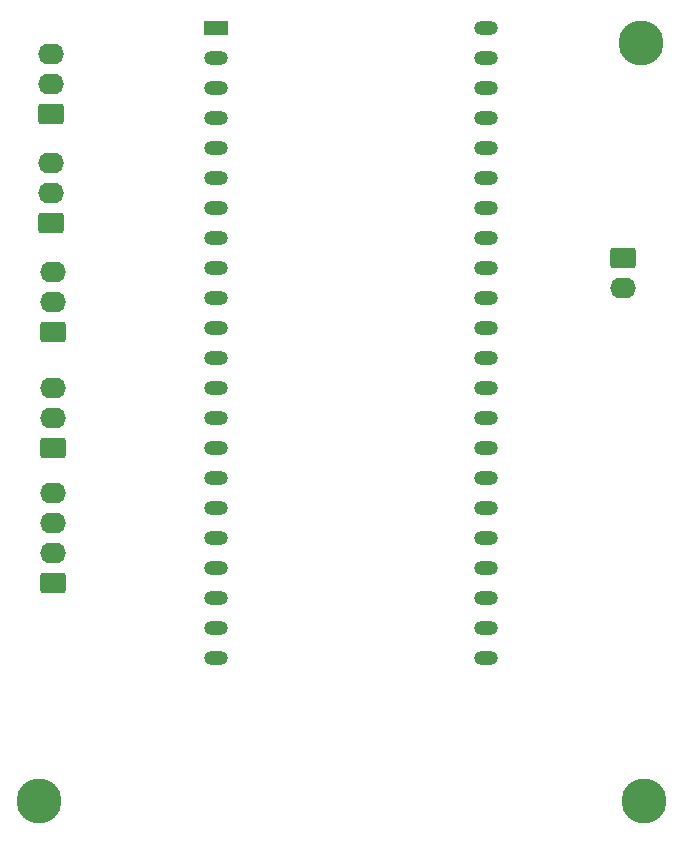
<source format=gbs>
G04 #@! TF.GenerationSoftware,KiCad,Pcbnew,9.0.0*
G04 #@! TF.CreationDate,2025-07-09T15:47:30-04:00*
G04 #@! TF.ProjectId,SMACAR MAIN BOARD,534d4143-4152-4204-9d41-494e20424f41,rev?*
G04 #@! TF.SameCoordinates,Original*
G04 #@! TF.FileFunction,Soldermask,Bot*
G04 #@! TF.FilePolarity,Negative*
%FSLAX46Y46*%
G04 Gerber Fmt 4.6, Leading zero omitted, Abs format (unit mm)*
G04 Created by KiCad (PCBNEW 9.0.0) date 2025-07-09 15:47:30*
%MOMM*%
%LPD*%
G01*
G04 APERTURE LIST*
G04 Aperture macros list*
%AMRoundRect*
0 Rectangle with rounded corners*
0 $1 Rounding radius*
0 $2 $3 $4 $5 $6 $7 $8 $9 X,Y pos of 4 corners*
0 Add a 4 corners polygon primitive as box body*
4,1,4,$2,$3,$4,$5,$6,$7,$8,$9,$2,$3,0*
0 Add four circle primitives for the rounded corners*
1,1,$1+$1,$2,$3*
1,1,$1+$1,$4,$5*
1,1,$1+$1,$6,$7*
1,1,$1+$1,$8,$9*
0 Add four rect primitives between the rounded corners*
20,1,$1+$1,$2,$3,$4,$5,0*
20,1,$1+$1,$4,$5,$6,$7,0*
20,1,$1+$1,$6,$7,$8,$9,0*
20,1,$1+$1,$8,$9,$2,$3,0*%
G04 Aperture macros list end*
%ADD10RoundRect,0.250000X0.845000X-0.620000X0.845000X0.620000X-0.845000X0.620000X-0.845000X-0.620000X0*%
%ADD11O,2.190000X1.740000*%
%ADD12C,3.800000*%
%ADD13RoundRect,0.250000X-0.845000X0.620000X-0.845000X-0.620000X0.845000X-0.620000X0.845000X0.620000X0*%
%ADD14R,2.000000X1.200000*%
%ADD15O,2.000000X1.200000*%
G04 APERTURE END LIST*
D10*
G04 #@! TO.C,MOLEX5*
X107250000Y-79790000D03*
D11*
X107250000Y-77250000D03*
X107250000Y-74710000D03*
X107250000Y-72170000D03*
G04 #@! TD*
D12*
G04 #@! TO.C,REF\u002A\u002A*
X157000000Y-34000000D03*
G04 #@! TD*
D13*
G04 #@! TO.C,J2*
X155480000Y-52230000D03*
D11*
X155480000Y-54770000D03*
G04 #@! TD*
D12*
G04 #@! TO.C,REF\u002A\u002A*
X106000000Y-98250000D03*
G04 #@! TD*
D10*
G04 #@! TO.C,MOLEX2*
X107000000Y-49290000D03*
D11*
X107000000Y-46750000D03*
X107000000Y-44210000D03*
G04 #@! TD*
D10*
G04 #@! TO.C,MOLEX4*
X107250000Y-68290000D03*
D11*
X107250000Y-65750000D03*
X107250000Y-63210000D03*
G04 #@! TD*
D14*
G04 #@! TO.C,U2*
X121003680Y-32742720D03*
D15*
X121003680Y-35282720D03*
X121003680Y-37822720D03*
X121003680Y-40362720D03*
X121003680Y-42902720D03*
X121003680Y-45442720D03*
X121003680Y-47982720D03*
X121003680Y-50522720D03*
X121003680Y-53062720D03*
X121003680Y-55602720D03*
X121003680Y-58142720D03*
X121003680Y-60682720D03*
X121003680Y-63222720D03*
X121003680Y-65762720D03*
X121003680Y-68302720D03*
X121003680Y-70842720D03*
X121003680Y-73382720D03*
X121003680Y-75922720D03*
X121003680Y-78462720D03*
X121000000Y-81000000D03*
X121000000Y-83540000D03*
X121000000Y-86080000D03*
X143863680Y-86082720D03*
X143863680Y-83542720D03*
X143863680Y-81002720D03*
X143863680Y-78462720D03*
X143863680Y-75922720D03*
X143863680Y-73382720D03*
X143863680Y-70842720D03*
X143863680Y-68302720D03*
X143863680Y-65762720D03*
X143863680Y-63222720D03*
X143863680Y-60682720D03*
X143863680Y-58142720D03*
X143863680Y-55602720D03*
X143863680Y-53062720D03*
X143863680Y-50522720D03*
X143863680Y-47982720D03*
X143863680Y-45442720D03*
X143863680Y-42902720D03*
X143863680Y-40362720D03*
X143863680Y-37822720D03*
X143863680Y-35282720D03*
X143863680Y-32742720D03*
G04 #@! TD*
D12*
G04 #@! TO.C,REF\u002A\u002A*
X157250000Y-98250000D03*
G04 #@! TD*
D10*
G04 #@! TO.C,MOLEX1*
X107000000Y-40040000D03*
D11*
X107000000Y-37500000D03*
X107000000Y-34960000D03*
G04 #@! TD*
D10*
G04 #@! TO.C,MOLEX3*
X107210000Y-58540000D03*
D11*
X107210000Y-56000000D03*
X107210000Y-53460000D03*
G04 #@! TD*
M02*

</source>
